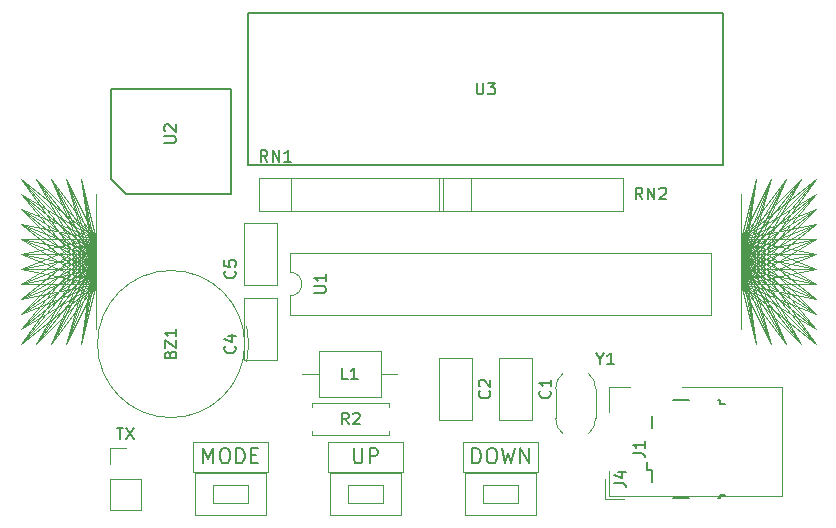
<source format=gto>
G04 #@! TF.GenerationSoftware,KiCad,Pcbnew,5.99.0-unknown-r17607-a0698723*
G04 #@! TF.CreationDate,2020-04-07T09:51:29-05:00*
G04 #@! TF.ProjectId,pcb_dip,7063625f-6469-4702-9e6b-696361645f70,rev?*
G04 #@! TF.SameCoordinates,Original*
G04 #@! TF.FileFunction,Legend,Top*
G04 #@! TF.FilePolarity,Positive*
%FSLAX46Y46*%
G04 Gerber Fmt 4.6, Leading zero omitted, Abs format (unit mm)*
G04 Created by KiCad (PCBNEW 5.99.0-unknown-r17607-a0698723) date 2020-04-07 09:51:29*
%MOMM*%
%LPD*%
G01*
G04 APERTURE LIST*
%ADD10C,0.120000*%
%ADD11C,0.203200*%
%ADD12C,0.150000*%
G04 APERTURE END LIST*
D10*
X177800000Y-74930000D02*
X171450000Y-83820000D01*
X176530000Y-74930000D02*
X171450000Y-83820000D01*
X175260000Y-74930000D02*
X171450000Y-83820000D01*
X116840000Y-83820000D02*
X115570000Y-74930000D01*
X116840000Y-82550000D02*
X115570000Y-74930000D01*
X116840000Y-80010000D02*
X115570000Y-74930000D01*
X116840000Y-81280000D02*
X115570000Y-74930000D01*
X116840000Y-80010000D02*
X115570000Y-88900000D01*
X115570000Y-88900000D02*
X116840000Y-81280000D01*
X116840000Y-82550000D02*
X115570000Y-88900000D01*
X115570000Y-88900000D02*
X116840000Y-83820000D01*
X116840000Y-80010000D02*
X113030000Y-88900000D01*
X116840000Y-80010000D02*
X111760000Y-88900000D01*
X116840000Y-80010000D02*
X110490000Y-88900000D01*
X171450000Y-80010000D02*
X172720000Y-88900000D01*
X172720000Y-88900000D02*
X171450000Y-81280000D01*
X171450000Y-82550000D02*
X172720000Y-88900000D01*
X172720000Y-88900000D02*
X171450000Y-83820000D01*
X172720000Y-74930000D02*
X171450000Y-83820000D01*
X171450000Y-82550000D02*
X172720000Y-74930000D01*
X172720000Y-74930000D02*
X171450000Y-81280000D01*
X171450000Y-80010000D02*
X172720000Y-74930000D01*
X171450000Y-83820000D02*
X177800000Y-78740000D01*
X171450000Y-81280000D02*
X175260000Y-88900000D01*
X171450000Y-81280000D02*
X177800000Y-86360000D01*
X171450000Y-80010000D02*
X173990000Y-88900000D01*
X171450000Y-80010000D02*
X177800000Y-78740000D01*
X171450000Y-81280000D02*
X176530000Y-88900000D01*
X171450000Y-82550000D02*
X176530000Y-88900000D01*
X171450000Y-80010000D02*
X176530000Y-88900000D01*
X171450000Y-83820000D02*
X176530000Y-88900000D01*
X171450000Y-81280000D02*
X175260000Y-74930000D01*
X171450000Y-80010000D02*
X176530000Y-74930000D01*
X171450000Y-81280000D02*
X177800000Y-78740000D01*
X171450000Y-80010000D02*
X177800000Y-83820000D01*
X171450000Y-83820000D02*
X177800000Y-87630000D01*
X171450000Y-82550000D02*
X173990000Y-88900000D01*
X171450000Y-82550000D02*
X177800000Y-76200000D01*
X171450000Y-81280000D02*
X173990000Y-74930000D01*
X171450000Y-82550000D02*
X177800000Y-83820000D01*
X171450000Y-83820000D02*
X175260000Y-88900000D01*
X171450000Y-82550000D02*
X177800000Y-81280000D01*
X177800000Y-88900000D02*
X171450000Y-80010000D01*
X171450000Y-80010000D02*
X177800000Y-76200000D01*
X171450000Y-82550000D02*
X176530000Y-74930000D01*
X171450000Y-82550000D02*
X177800000Y-85090000D01*
X171450000Y-81280000D02*
X173990000Y-88900000D01*
X171450000Y-82550000D02*
X175260000Y-88900000D01*
X175260000Y-88900000D02*
X171450000Y-80010000D01*
X171450000Y-83820000D02*
X177800000Y-86360000D01*
X171450000Y-82550000D02*
X177800000Y-87630000D01*
X171450000Y-82550000D02*
X177800000Y-80010000D01*
X171450000Y-80010000D02*
X177800000Y-82550000D01*
X171450000Y-82550000D02*
X177800000Y-86360000D01*
X171450000Y-83820000D02*
X177800000Y-83820000D01*
X171450000Y-81280000D02*
X177800000Y-74930000D01*
X171450000Y-83820000D02*
X177800000Y-77470000D01*
X171450000Y-80010000D02*
X173990000Y-74930000D01*
X171450000Y-82550000D02*
X177800000Y-74930000D01*
X171450000Y-81280000D02*
X177800000Y-83820000D01*
X171450000Y-81280000D02*
X177800000Y-85090000D01*
X171450000Y-83820000D02*
X177800000Y-82550000D01*
X171450000Y-82550000D02*
X177800000Y-82550000D01*
X171450000Y-80010000D02*
X175260000Y-74930000D01*
X171450000Y-83820000D02*
X177800000Y-88900000D01*
X171450000Y-83820000D02*
X177800000Y-76200000D01*
X171450000Y-81280000D02*
X177800000Y-80010000D01*
X171450000Y-81280000D02*
X177800000Y-88900000D01*
X171450000Y-82550000D02*
X175260000Y-74930000D01*
X171450000Y-80010000D02*
X177800000Y-85090000D01*
X171450000Y-80010000D02*
X177800000Y-80010000D01*
X171450000Y-80010000D02*
X177800000Y-81280000D01*
X171450000Y-83820000D02*
X177800000Y-80010000D01*
X171450000Y-82550000D02*
X173990000Y-74930000D01*
X171450000Y-83820000D02*
X173990000Y-74930000D01*
X171450000Y-81280000D02*
X177800000Y-76200000D01*
X171450000Y-82550000D02*
X177800000Y-88900000D01*
X171450000Y-81280000D02*
X177800000Y-77470000D01*
X171450000Y-81280000D02*
X176530000Y-74930000D01*
X177800000Y-86360000D02*
X171450000Y-80010000D01*
X171450000Y-80010000D02*
X177800000Y-77470000D01*
X171450000Y-81280000D02*
X177800000Y-87630000D01*
X171450000Y-81280000D02*
X177800000Y-81280000D01*
X171450000Y-83820000D02*
X177800000Y-81280000D01*
X171450000Y-82550000D02*
X177800000Y-77470000D01*
X171450000Y-83820000D02*
X173990000Y-88900000D01*
X171450000Y-80010000D02*
X177800000Y-87630000D01*
X171450000Y-80010000D02*
X177800000Y-74930000D01*
X171450000Y-83820000D02*
X177800000Y-85090000D01*
X171450000Y-81280000D02*
X177800000Y-82550000D01*
X171450000Y-82550000D02*
X177800000Y-78740000D01*
X116840000Y-80010000D02*
X110490000Y-85090000D01*
X116840000Y-82550000D02*
X113030000Y-74930000D01*
X116840000Y-82550000D02*
X110490000Y-77470000D01*
X116840000Y-83820000D02*
X114300000Y-74930000D01*
X116840000Y-83820000D02*
X110490000Y-85090000D01*
X116840000Y-82550000D02*
X111760000Y-74930000D01*
X116840000Y-81280000D02*
X111760000Y-74930000D01*
X116840000Y-83820000D02*
X111760000Y-74930000D01*
X116840000Y-80010000D02*
X111760000Y-74930000D01*
X116840000Y-82550000D02*
X113030000Y-88900000D01*
X116840000Y-83820000D02*
X111760000Y-88900000D01*
X116840000Y-82550000D02*
X110490000Y-85090000D01*
X116840000Y-83820000D02*
X110490000Y-80010000D01*
X116840000Y-80010000D02*
X110490000Y-76200000D01*
X116840000Y-81280000D02*
X114300000Y-74930000D01*
X116840000Y-81280000D02*
X110490000Y-87630000D01*
X116840000Y-82550000D02*
X114300000Y-88900000D01*
X116840000Y-81280000D02*
X110490000Y-80010000D01*
X116840000Y-80010000D02*
X113030000Y-74930000D01*
X116840000Y-81280000D02*
X110490000Y-82550000D01*
X110490000Y-74930000D02*
X116840000Y-83820000D01*
X116840000Y-83820000D02*
X110490000Y-87630000D01*
X116840000Y-81280000D02*
X111760000Y-88900000D01*
X116840000Y-81280000D02*
X110490000Y-78740000D01*
X116840000Y-82550000D02*
X114300000Y-74930000D01*
X116840000Y-81280000D02*
X113030000Y-74930000D01*
X113030000Y-74930000D02*
X116840000Y-83820000D01*
X116840000Y-80010000D02*
X110490000Y-77470000D01*
X116840000Y-81280000D02*
X110490000Y-76200000D01*
X116840000Y-81280000D02*
X110490000Y-83820000D01*
X116840000Y-83820000D02*
X110490000Y-81280000D01*
X116840000Y-81280000D02*
X110490000Y-77470000D01*
X116840000Y-80010000D02*
X110490000Y-80010000D01*
X116840000Y-82550000D02*
X110490000Y-88900000D01*
X116840000Y-80010000D02*
X110490000Y-86360000D01*
X116840000Y-83820000D02*
X114300000Y-88900000D01*
X116840000Y-81280000D02*
X110490000Y-88900000D01*
X116840000Y-82550000D02*
X110490000Y-80010000D01*
X116840000Y-82550000D02*
X110490000Y-78740000D01*
X116840000Y-80010000D02*
X110490000Y-81280000D01*
X116840000Y-81280000D02*
X110490000Y-81280000D01*
X116840000Y-83820000D02*
X113030000Y-88900000D01*
X116840000Y-80010000D02*
X110490000Y-74930000D01*
X116840000Y-80010000D02*
X110490000Y-87630000D01*
X116840000Y-82550000D02*
X110490000Y-83820000D01*
X116840000Y-82550000D02*
X110490000Y-74930000D01*
X116840000Y-81280000D02*
X113030000Y-88900000D01*
X116840000Y-83820000D02*
X110490000Y-78740000D01*
X116840000Y-83820000D02*
X110490000Y-83820000D01*
X116840000Y-83820000D02*
X110490000Y-82550000D01*
X116840000Y-80010000D02*
X110490000Y-83820000D01*
X116840000Y-81280000D02*
X114300000Y-88900000D01*
X116840000Y-80010000D02*
X114300000Y-88900000D01*
X116840000Y-82550000D02*
X110490000Y-87630000D01*
X116840000Y-81280000D02*
X110490000Y-74930000D01*
X116840000Y-82550000D02*
X110490000Y-86360000D01*
X116840000Y-82550000D02*
X111760000Y-88900000D01*
X110490000Y-77470000D02*
X116840000Y-83820000D01*
X116840000Y-83820000D02*
X110490000Y-86360000D01*
X116840000Y-82550000D02*
X110490000Y-76200000D01*
X116840000Y-82550000D02*
X110490000Y-82550000D01*
X116840000Y-80010000D02*
X110490000Y-82550000D01*
X116840000Y-81280000D02*
X110490000Y-86360000D01*
X116840000Y-80010000D02*
X114300000Y-74930000D01*
X116840000Y-83820000D02*
X110490000Y-76200000D01*
X116840000Y-83820000D02*
X110490000Y-88900000D01*
X116840000Y-80010000D02*
X110490000Y-78740000D01*
X116840000Y-82550000D02*
X110490000Y-81280000D01*
X116840000Y-81280000D02*
X110490000Y-85090000D01*
X116840000Y-76200000D02*
X116840000Y-87630000D01*
X171450000Y-76200000D02*
X171450000Y-87630000D01*
X142875000Y-99695000D02*
X136525000Y-99695000D01*
X142875000Y-97155000D02*
X142875000Y-99695000D01*
X136525000Y-97155000D02*
X142875000Y-97155000D01*
X136525000Y-99695000D02*
X136525000Y-97155000D01*
X147955000Y-99695000D02*
X147955000Y-97155000D01*
X154305000Y-99695000D02*
X147955000Y-99695000D01*
X154305000Y-97155000D02*
X154305000Y-99695000D01*
X147955000Y-97155000D02*
X154305000Y-97155000D01*
X125095000Y-99695000D02*
X125095000Y-97155000D01*
X131445000Y-99695000D02*
X125095000Y-99695000D01*
X131445000Y-97155000D02*
X131445000Y-99695000D01*
X125095000Y-97155000D02*
X131445000Y-97155000D01*
D11*
X148741190Y-98999523D02*
X148741190Y-97729523D01*
X149043571Y-97729523D01*
X149225000Y-97790000D01*
X149345952Y-97910952D01*
X149406428Y-98031904D01*
X149466904Y-98273809D01*
X149466904Y-98455238D01*
X149406428Y-98697142D01*
X149345952Y-98818095D01*
X149225000Y-98939047D01*
X149043571Y-98999523D01*
X148741190Y-98999523D01*
X150253095Y-97729523D02*
X150495000Y-97729523D01*
X150615952Y-97790000D01*
X150736904Y-97910952D01*
X150797380Y-98152857D01*
X150797380Y-98576190D01*
X150736904Y-98818095D01*
X150615952Y-98939047D01*
X150495000Y-98999523D01*
X150253095Y-98999523D01*
X150132142Y-98939047D01*
X150011190Y-98818095D01*
X149950714Y-98576190D01*
X149950714Y-98152857D01*
X150011190Y-97910952D01*
X150132142Y-97790000D01*
X150253095Y-97729523D01*
X151220714Y-97729523D02*
X151523095Y-98999523D01*
X151765000Y-98092380D01*
X152006904Y-98999523D01*
X152309285Y-97729523D01*
X152793095Y-98999523D02*
X152793095Y-97729523D01*
X153518809Y-98999523D01*
X153518809Y-97729523D01*
X138702142Y-97729523D02*
X138702142Y-98757619D01*
X138762619Y-98878571D01*
X138823095Y-98939047D01*
X138944047Y-98999523D01*
X139185952Y-98999523D01*
X139306904Y-98939047D01*
X139367380Y-98878571D01*
X139427857Y-98757619D01*
X139427857Y-97729523D01*
X140032619Y-98999523D02*
X140032619Y-97729523D01*
X140516428Y-97729523D01*
X140637380Y-97790000D01*
X140697857Y-97850476D01*
X140758333Y-97971428D01*
X140758333Y-98152857D01*
X140697857Y-98273809D01*
X140637380Y-98334285D01*
X140516428Y-98394761D01*
X140032619Y-98394761D01*
X125971904Y-98999523D02*
X125971904Y-97729523D01*
X126395238Y-98636666D01*
X126818571Y-97729523D01*
X126818571Y-98999523D01*
X127665238Y-97729523D02*
X127907142Y-97729523D01*
X128028095Y-97790000D01*
X128149047Y-97910952D01*
X128209523Y-98152857D01*
X128209523Y-98576190D01*
X128149047Y-98818095D01*
X128028095Y-98939047D01*
X127907142Y-98999523D01*
X127665238Y-98999523D01*
X127544285Y-98939047D01*
X127423333Y-98818095D01*
X127362857Y-98576190D01*
X127362857Y-98152857D01*
X127423333Y-97910952D01*
X127544285Y-97790000D01*
X127665238Y-97729523D01*
X128753809Y-98999523D02*
X128753809Y-97729523D01*
X129056190Y-97729523D01*
X129237619Y-97790000D01*
X129358571Y-97910952D01*
X129419047Y-98031904D01*
X129479523Y-98273809D01*
X129479523Y-98455238D01*
X129419047Y-98697142D01*
X129358571Y-98818095D01*
X129237619Y-98939047D01*
X129056190Y-98999523D01*
X128753809Y-98999523D01*
X130023809Y-98334285D02*
X130447142Y-98334285D01*
X130628571Y-98999523D02*
X130023809Y-98999523D01*
X130023809Y-97729523D01*
X130628571Y-97729523D01*
D10*
X145880000Y-74800000D02*
X145880000Y-77600000D01*
X145880000Y-77600000D02*
X161460000Y-77600000D01*
X161460000Y-77600000D02*
X161460000Y-74800000D01*
X161460000Y-74800000D02*
X145880000Y-74800000D01*
X148590000Y-74800000D02*
X148590000Y-77600000D01*
D12*
X165720000Y-101940000D02*
X167120000Y-101940000D01*
X169520000Y-101940000D02*
X169670000Y-101940000D01*
X169670000Y-101940000D02*
X169670000Y-101640000D01*
X169670000Y-101640000D02*
X170120000Y-101640000D01*
X170120000Y-93940000D02*
X169670000Y-93940000D01*
X169670000Y-93940000D02*
X169670000Y-93640000D01*
X169670000Y-93640000D02*
X169520000Y-93640000D01*
X167120000Y-93640000D02*
X165720000Y-93640000D01*
X163545000Y-98865000D02*
X163545000Y-99590000D01*
X163545000Y-99590000D02*
X163970000Y-99590000D01*
X163970000Y-99590000D02*
X163970000Y-100590000D01*
X163970000Y-95990000D02*
X163970000Y-94990000D01*
D10*
X135730000Y-89520000D02*
X135730000Y-93360000D01*
X135730000Y-93360000D02*
X140970000Y-93360000D01*
X140970000Y-93360000D02*
X140970000Y-89520000D01*
X140970000Y-89520000D02*
X135730000Y-89520000D01*
X134350000Y-91440000D02*
X135730000Y-91440000D01*
X142350000Y-91440000D02*
X140970000Y-91440000D01*
X148690000Y-90070000D02*
X148690000Y-95310000D01*
X145950000Y-90070000D02*
X145950000Y-95310000D01*
X148690000Y-90070000D02*
X145950000Y-90070000D01*
X148690000Y-95310000D02*
X145950000Y-95310000D01*
X133350000Y-74800000D02*
X133350000Y-77600000D01*
X146220000Y-74800000D02*
X130640000Y-74800000D01*
X146220000Y-77600000D02*
X146220000Y-74800000D01*
X130640000Y-77600000D02*
X146220000Y-77600000D01*
X130640000Y-74800000D02*
X130640000Y-77600000D01*
X132180000Y-78640000D02*
X132180000Y-83880000D01*
X129440000Y-78640000D02*
X129440000Y-83880000D01*
X132180000Y-78640000D02*
X129440000Y-78640000D01*
X132180000Y-83880000D02*
X129440000Y-83880000D01*
X135160000Y-93880000D02*
X135160000Y-94210000D01*
X141700000Y-93880000D02*
X135160000Y-93880000D01*
X141700000Y-94210000D02*
X141700000Y-93880000D01*
X135160000Y-96620000D02*
X135160000Y-96290000D01*
X141700000Y-96620000D02*
X135160000Y-96620000D01*
X141700000Y-96290000D02*
X141700000Y-96620000D01*
D12*
X119380000Y-76200000D02*
X128270000Y-76200000D01*
X128270000Y-76200000D02*
X128270000Y-67310000D01*
X128270000Y-67310000D02*
X118110000Y-67310000D01*
X118110000Y-67310000D02*
X118110000Y-74930000D01*
X118110000Y-74930000D02*
X119380000Y-76200000D01*
D10*
X125270000Y-103350000D02*
X131270000Y-103350000D01*
X131270000Y-103350000D02*
X131270000Y-99850000D01*
X131270000Y-99850000D02*
X125270000Y-99850000D01*
X125270000Y-99850000D02*
X125270000Y-103350000D01*
X126770000Y-102350000D02*
X129770000Y-102350000D01*
X129770000Y-102350000D02*
X129770000Y-100850000D01*
X129770000Y-100850000D02*
X126770000Y-100850000D01*
X126770000Y-100850000D02*
X126770000Y-102350000D01*
X136700000Y-103350000D02*
X142700000Y-103350000D01*
X142700000Y-103350000D02*
X142700000Y-99850000D01*
X142700000Y-99850000D02*
X136700000Y-99850000D01*
X136700000Y-99850000D02*
X136700000Y-103350000D01*
X138200000Y-102350000D02*
X141200000Y-102350000D01*
X141200000Y-102350000D02*
X141200000Y-100850000D01*
X141200000Y-100850000D02*
X138200000Y-100850000D01*
X138200000Y-100850000D02*
X138200000Y-102350000D01*
X148130000Y-103350000D02*
X154130000Y-103350000D01*
X154130000Y-103350000D02*
X154130000Y-99850000D01*
X154130000Y-99850000D02*
X148130000Y-99850000D01*
X148130000Y-99850000D02*
X148130000Y-103350000D01*
X149630000Y-102350000D02*
X152630000Y-102350000D01*
X152630000Y-102350000D02*
X152630000Y-100850000D01*
X152630000Y-100850000D02*
X149630000Y-100850000D01*
X149630000Y-100850000D02*
X149630000Y-102350000D01*
X166490000Y-92555000D02*
X174990000Y-92555000D01*
X174990000Y-92555000D02*
X174990000Y-101755000D01*
X174990000Y-101755000D02*
X160290000Y-101755000D01*
X160290000Y-94655000D02*
X160290000Y-92555000D01*
X160290000Y-92555000D02*
X162090000Y-92555000D01*
X159990000Y-100355000D02*
X159990000Y-102055000D01*
X159990000Y-102055000D02*
X161590000Y-102055000D01*
X160290000Y-101755000D02*
X160290000Y-99655000D01*
X133290000Y-81170000D02*
X133290000Y-82820000D01*
X168970000Y-81170000D02*
X133290000Y-81170000D01*
X168970000Y-86470000D02*
X168970000Y-81170000D01*
X133290000Y-86470000D02*
X168970000Y-86470000D01*
X133290000Y-84820000D02*
X133290000Y-86470000D01*
X133290000Y-82820000D02*
G75*
G02*
X133290000Y-84820000I0J-1000000D01*
G01*
X118050000Y-102930000D02*
X120710000Y-102930000D01*
X118050000Y-100330000D02*
X118050000Y-102930000D01*
X120710000Y-100330000D02*
X120710000Y-102930000D01*
X118050000Y-100330000D02*
X120710000Y-100330000D01*
X118050000Y-99060000D02*
X118050000Y-97730000D01*
X118050000Y-97730000D02*
X119380000Y-97730000D01*
X129460000Y-88900000D02*
G75*
G03*
X129460000Y-88900000I-6230000J0D01*
G01*
X129630000Y-87400001D02*
G75*
G02*
X129630000Y-90400000I-6400000J-1499999D01*
G01*
X132180000Y-85030000D02*
X132180000Y-90270000D01*
X129440000Y-85030000D02*
X129440000Y-90270000D01*
X132180000Y-85030000D02*
X129440000Y-85030000D01*
X132180000Y-90270000D02*
X129440000Y-90270000D01*
D12*
X169950000Y-60910000D02*
X169950000Y-73710000D01*
X169950000Y-60910000D02*
X129770000Y-60910000D01*
X129770000Y-60910000D02*
X129770000Y-73710000D01*
X129770000Y-73710000D02*
X169950000Y-73710000D01*
D10*
X153770000Y-90070000D02*
X153770000Y-95310000D01*
X151030000Y-90070000D02*
X151030000Y-95310000D01*
X153770000Y-90070000D02*
X151030000Y-90070000D01*
X153770000Y-95310000D02*
X151030000Y-95310000D01*
X156431039Y-96527790D02*
G75*
G02*
X155780000Y-95190000I1048961J1337790D01*
G01*
X156431039Y-91352210D02*
G75*
G03*
X155780000Y-92690000I1048961J-1337790D01*
G01*
X158528961Y-96527790D02*
G75*
G03*
X159180000Y-95190000I-1048961J1337790D01*
G01*
X158528961Y-91352210D02*
G75*
G02*
X159180000Y-92690000I-1048961J-1337790D01*
G01*
X155780000Y-92690000D02*
X155780000Y-95190000D01*
X159180000Y-92690000D02*
X159180000Y-95190000D01*
D12*
X163139523Y-76652380D02*
X162806190Y-76176190D01*
X162568095Y-76652380D02*
X162568095Y-75652380D01*
X162949047Y-75652380D01*
X163044285Y-75700000D01*
X163091904Y-75747619D01*
X163139523Y-75842857D01*
X163139523Y-75985714D01*
X163091904Y-76080952D01*
X163044285Y-76128571D01*
X162949047Y-76176190D01*
X162568095Y-76176190D01*
X163568095Y-76652380D02*
X163568095Y-75652380D01*
X164139523Y-76652380D01*
X164139523Y-75652380D01*
X164568095Y-75747619D02*
X164615714Y-75700000D01*
X164710952Y-75652380D01*
X164949047Y-75652380D01*
X165044285Y-75700000D01*
X165091904Y-75747619D01*
X165139523Y-75842857D01*
X165139523Y-75938095D01*
X165091904Y-76080952D01*
X164520476Y-76652380D01*
X165139523Y-76652380D01*
X162322380Y-98123333D02*
X163036666Y-98123333D01*
X163179523Y-98170952D01*
X163274761Y-98266190D01*
X163322380Y-98409047D01*
X163322380Y-98504285D01*
X163322380Y-97123333D02*
X163322380Y-97694761D01*
X163322380Y-97409047D02*
X162322380Y-97409047D01*
X162465238Y-97504285D01*
X162560476Y-97599523D01*
X162608095Y-97694761D01*
X138183333Y-91892380D02*
X137707142Y-91892380D01*
X137707142Y-90892380D01*
X139040476Y-91892380D02*
X138469047Y-91892380D01*
X138754761Y-91892380D02*
X138754761Y-90892380D01*
X138659523Y-91035238D01*
X138564285Y-91130476D01*
X138469047Y-91178095D01*
X150177142Y-92856666D02*
X150224761Y-92904285D01*
X150272380Y-93047142D01*
X150272380Y-93142380D01*
X150224761Y-93285238D01*
X150129523Y-93380476D01*
X150034285Y-93428095D01*
X149843809Y-93475714D01*
X149700952Y-93475714D01*
X149510476Y-93428095D01*
X149415238Y-93380476D01*
X149320000Y-93285238D01*
X149272380Y-93142380D01*
X149272380Y-93047142D01*
X149320000Y-92904285D01*
X149367619Y-92856666D01*
X149367619Y-92475714D02*
X149320000Y-92428095D01*
X149272380Y-92332857D01*
X149272380Y-92094761D01*
X149320000Y-91999523D01*
X149367619Y-91951904D01*
X149462857Y-91904285D01*
X149558095Y-91904285D01*
X149700952Y-91951904D01*
X150272380Y-92523333D01*
X150272380Y-91904285D01*
X131389523Y-73477380D02*
X131056190Y-73001190D01*
X130818095Y-73477380D02*
X130818095Y-72477380D01*
X131199047Y-72477380D01*
X131294285Y-72525000D01*
X131341904Y-72572619D01*
X131389523Y-72667857D01*
X131389523Y-72810714D01*
X131341904Y-72905952D01*
X131294285Y-72953571D01*
X131199047Y-73001190D01*
X130818095Y-73001190D01*
X131818095Y-73477380D02*
X131818095Y-72477380D01*
X132389523Y-73477380D01*
X132389523Y-72477380D01*
X133389523Y-73477380D02*
X132818095Y-73477380D01*
X133103809Y-73477380D02*
X133103809Y-72477380D01*
X133008571Y-72620238D01*
X132913333Y-72715476D01*
X132818095Y-72763095D01*
X128627142Y-82716666D02*
X128674761Y-82764285D01*
X128722380Y-82907142D01*
X128722380Y-83002380D01*
X128674761Y-83145238D01*
X128579523Y-83240476D01*
X128484285Y-83288095D01*
X128293809Y-83335714D01*
X128150952Y-83335714D01*
X127960476Y-83288095D01*
X127865238Y-83240476D01*
X127770000Y-83145238D01*
X127722380Y-83002380D01*
X127722380Y-82907142D01*
X127770000Y-82764285D01*
X127817619Y-82716666D01*
X127722380Y-81811904D02*
X127722380Y-82288095D01*
X128198571Y-82335714D01*
X128150952Y-82288095D01*
X128103333Y-82192857D01*
X128103333Y-81954761D01*
X128150952Y-81859523D01*
X128198571Y-81811904D01*
X128293809Y-81764285D01*
X128531904Y-81764285D01*
X128627142Y-81811904D01*
X128674761Y-81859523D01*
X128722380Y-81954761D01*
X128722380Y-82192857D01*
X128674761Y-82288095D01*
X128627142Y-82335714D01*
X138263333Y-95702380D02*
X137930000Y-95226190D01*
X137691904Y-95702380D02*
X137691904Y-94702380D01*
X138072857Y-94702380D01*
X138168095Y-94750000D01*
X138215714Y-94797619D01*
X138263333Y-94892857D01*
X138263333Y-95035714D01*
X138215714Y-95130952D01*
X138168095Y-95178571D01*
X138072857Y-95226190D01*
X137691904Y-95226190D01*
X138644285Y-94797619D02*
X138691904Y-94750000D01*
X138787142Y-94702380D01*
X139025238Y-94702380D01*
X139120476Y-94750000D01*
X139168095Y-94797619D01*
X139215714Y-94892857D01*
X139215714Y-94988095D01*
X139168095Y-95130952D01*
X138596666Y-95702380D01*
X139215714Y-95702380D01*
X122642380Y-71881904D02*
X123451904Y-71881904D01*
X123547142Y-71834285D01*
X123594761Y-71786666D01*
X123642380Y-71691428D01*
X123642380Y-71500952D01*
X123594761Y-71405714D01*
X123547142Y-71358095D01*
X123451904Y-71310476D01*
X122642380Y-71310476D01*
X122737619Y-70881904D02*
X122690000Y-70834285D01*
X122642380Y-70739047D01*
X122642380Y-70500952D01*
X122690000Y-70405714D01*
X122737619Y-70358095D01*
X122832857Y-70310476D01*
X122928095Y-70310476D01*
X123070952Y-70358095D01*
X123642380Y-70929523D01*
X123642380Y-70310476D01*
X160742380Y-100663333D02*
X161456666Y-100663333D01*
X161599523Y-100710952D01*
X161694761Y-100806190D01*
X161742380Y-100949047D01*
X161742380Y-101044285D01*
X161075714Y-99758571D02*
X161742380Y-99758571D01*
X160694761Y-99996666D02*
X161409047Y-100234761D01*
X161409047Y-99615714D01*
X135342380Y-84581904D02*
X136151904Y-84581904D01*
X136247142Y-84534285D01*
X136294761Y-84486666D01*
X136342380Y-84391428D01*
X136342380Y-84200952D01*
X136294761Y-84105714D01*
X136247142Y-84058095D01*
X136151904Y-84010476D01*
X135342380Y-84010476D01*
X136342380Y-83010476D02*
X136342380Y-83581904D01*
X136342380Y-83296190D02*
X135342380Y-83296190D01*
X135485238Y-83391428D01*
X135580476Y-83486666D01*
X135628095Y-83581904D01*
X118618095Y-95972380D02*
X119189523Y-95972380D01*
X118903809Y-96972380D02*
X118903809Y-95972380D01*
X119427619Y-95972380D02*
X120094285Y-96972380D01*
X120094285Y-95972380D02*
X119427619Y-96972380D01*
X123158571Y-89780952D02*
X123206190Y-89638095D01*
X123253809Y-89590476D01*
X123349047Y-89542857D01*
X123491904Y-89542857D01*
X123587142Y-89590476D01*
X123634761Y-89638095D01*
X123682380Y-89733333D01*
X123682380Y-90114285D01*
X122682380Y-90114285D01*
X122682380Y-89780952D01*
X122730000Y-89685714D01*
X122777619Y-89638095D01*
X122872857Y-89590476D01*
X122968095Y-89590476D01*
X123063333Y-89638095D01*
X123110952Y-89685714D01*
X123158571Y-89780952D01*
X123158571Y-90114285D01*
X122682380Y-89209523D02*
X122682380Y-88542857D01*
X123682380Y-89209523D01*
X123682380Y-88542857D01*
X123682380Y-87638095D02*
X123682380Y-88209523D01*
X123682380Y-87923809D02*
X122682380Y-87923809D01*
X122825238Y-88019047D01*
X122920476Y-88114285D01*
X122968095Y-88209523D01*
X128627142Y-89066666D02*
X128674761Y-89114285D01*
X128722380Y-89257142D01*
X128722380Y-89352380D01*
X128674761Y-89495238D01*
X128579523Y-89590476D01*
X128484285Y-89638095D01*
X128293809Y-89685714D01*
X128150952Y-89685714D01*
X127960476Y-89638095D01*
X127865238Y-89590476D01*
X127770000Y-89495238D01*
X127722380Y-89352380D01*
X127722380Y-89257142D01*
X127770000Y-89114285D01*
X127817619Y-89066666D01*
X128055714Y-88209523D02*
X128722380Y-88209523D01*
X127674761Y-88447619D02*
X128389047Y-88685714D01*
X128389047Y-88066666D01*
X149098095Y-66762380D02*
X149098095Y-67571904D01*
X149145714Y-67667142D01*
X149193333Y-67714761D01*
X149288571Y-67762380D01*
X149479047Y-67762380D01*
X149574285Y-67714761D01*
X149621904Y-67667142D01*
X149669523Y-67571904D01*
X149669523Y-66762380D01*
X150050476Y-66762380D02*
X150669523Y-66762380D01*
X150336190Y-67143333D01*
X150479047Y-67143333D01*
X150574285Y-67190952D01*
X150621904Y-67238571D01*
X150669523Y-67333809D01*
X150669523Y-67571904D01*
X150621904Y-67667142D01*
X150574285Y-67714761D01*
X150479047Y-67762380D01*
X150193333Y-67762380D01*
X150098095Y-67714761D01*
X150050476Y-67667142D01*
X155297142Y-92856666D02*
X155344761Y-92904285D01*
X155392380Y-93047142D01*
X155392380Y-93142380D01*
X155344761Y-93285238D01*
X155249523Y-93380476D01*
X155154285Y-93428095D01*
X154963809Y-93475714D01*
X154820952Y-93475714D01*
X154630476Y-93428095D01*
X154535238Y-93380476D01*
X154440000Y-93285238D01*
X154392380Y-93142380D01*
X154392380Y-93047142D01*
X154440000Y-92904285D01*
X154487619Y-92856666D01*
X155392380Y-91904285D02*
X155392380Y-92475714D01*
X155392380Y-92190000D02*
X154392380Y-92190000D01*
X154535238Y-92285238D01*
X154630476Y-92380476D01*
X154678095Y-92475714D01*
X159543809Y-90146190D02*
X159543809Y-90622380D01*
X159210476Y-89622380D02*
X159543809Y-90146190D01*
X159877142Y-89622380D01*
X160734285Y-90622380D02*
X160162857Y-90622380D01*
X160448571Y-90622380D02*
X160448571Y-89622380D01*
X160353333Y-89765238D01*
X160258095Y-89860476D01*
X160162857Y-89908095D01*
M02*

</source>
